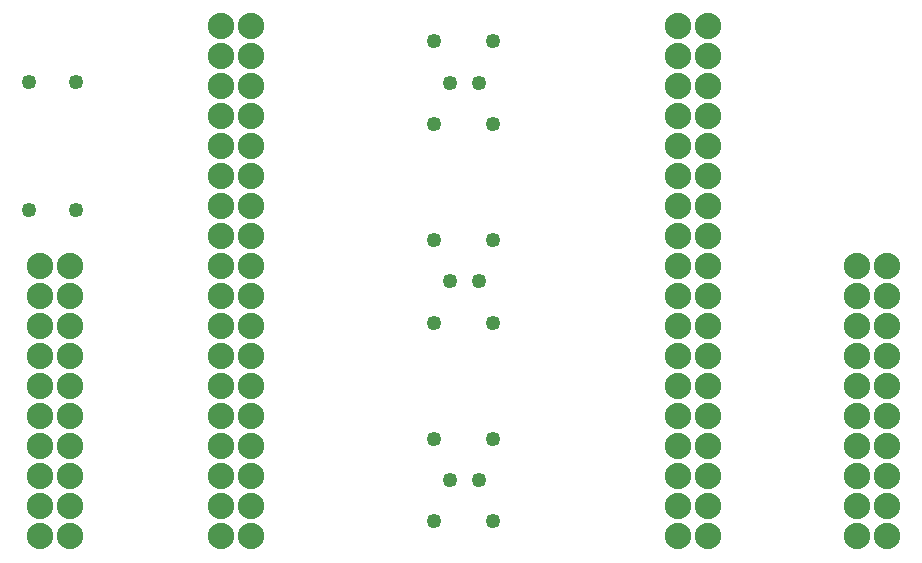
<source format=gbs>
G04 MADE WITH FRITZING*
G04 WWW.FRITZING.ORG*
G04 DOUBLE SIDED*
G04 HOLES PLATED*
G04 CONTOUR ON CENTER OF CONTOUR VECTOR*
%ASAXBY*%
%FSLAX23Y23*%
%MOIN*%
%OFA0B0*%
%SFA1.0B1.0*%
%ADD10C,0.049370*%
%ADD11C,0.088000*%
%LNMASK0*%
G90*
G70*
G54D10*
X1598Y2136D03*
X1599Y1861D03*
X1599Y1473D03*
X1599Y1197D03*
X1599Y810D03*
X1599Y536D03*
X407Y1575D03*
X407Y2002D03*
X1795Y2136D03*
X1795Y1861D03*
X1795Y1473D03*
X1795Y1197D03*
X1795Y810D03*
X1795Y536D03*
X1653Y1998D03*
X1749Y1998D03*
X1653Y1336D03*
X1749Y1336D03*
X1653Y673D03*
X1749Y673D03*
X250Y2002D03*
X250Y1574D03*
G54D11*
X2412Y2186D03*
X2412Y2086D03*
X2412Y1986D03*
X2412Y1886D03*
X2412Y1786D03*
X2412Y1686D03*
X2412Y1586D03*
X2412Y1486D03*
X2412Y1386D03*
X2412Y1286D03*
X2412Y1186D03*
X2412Y1086D03*
X2412Y986D03*
X2412Y886D03*
X2412Y786D03*
X2412Y686D03*
X2412Y586D03*
X2412Y486D03*
X2412Y2186D03*
X2412Y2086D03*
X2412Y1986D03*
X2412Y1886D03*
X2412Y1786D03*
X2412Y1686D03*
X2412Y1586D03*
X2412Y1486D03*
X2412Y1386D03*
X2412Y1286D03*
X2412Y1186D03*
X2412Y1086D03*
X2412Y986D03*
X2412Y886D03*
X2412Y786D03*
X2412Y686D03*
X2412Y586D03*
X2412Y486D03*
X2512Y486D03*
X2512Y586D03*
X2512Y686D03*
X2512Y786D03*
X2512Y886D03*
X2512Y986D03*
X2512Y1086D03*
X2512Y1186D03*
X2512Y1286D03*
X2512Y1386D03*
X2512Y1486D03*
X2512Y1586D03*
X2512Y1686D03*
X2512Y1786D03*
X2512Y1886D03*
X2512Y1986D03*
X2512Y2086D03*
X2512Y2186D03*
X3009Y1386D03*
X3009Y1286D03*
X3009Y1186D03*
X3009Y1086D03*
X3009Y986D03*
X3009Y886D03*
X3009Y786D03*
X3009Y686D03*
X3009Y586D03*
X3009Y486D03*
X3009Y1386D03*
X3009Y1286D03*
X3009Y1186D03*
X3009Y1086D03*
X3009Y986D03*
X3009Y886D03*
X3009Y786D03*
X3009Y686D03*
X3009Y586D03*
X3009Y486D03*
X3109Y486D03*
X3109Y586D03*
X3109Y686D03*
X3109Y786D03*
X3109Y886D03*
X3109Y986D03*
X3109Y1086D03*
X3109Y1186D03*
X3109Y1286D03*
X3109Y1386D03*
X287Y1386D03*
X287Y1286D03*
X287Y1186D03*
X287Y1086D03*
X287Y986D03*
X287Y886D03*
X287Y786D03*
X287Y686D03*
X287Y586D03*
X287Y486D03*
X287Y1386D03*
X287Y1286D03*
X287Y1186D03*
X287Y1086D03*
X287Y986D03*
X287Y886D03*
X287Y786D03*
X287Y686D03*
X287Y586D03*
X287Y486D03*
X387Y486D03*
X387Y586D03*
X387Y686D03*
X387Y786D03*
X387Y886D03*
X387Y986D03*
X387Y1086D03*
X387Y1186D03*
X387Y1286D03*
X387Y1386D03*
X890Y2186D03*
X890Y2086D03*
X890Y1986D03*
X890Y1886D03*
X890Y1786D03*
X890Y1686D03*
X890Y1586D03*
X890Y1486D03*
X890Y1386D03*
X890Y1286D03*
X890Y1186D03*
X890Y1086D03*
X890Y986D03*
X890Y886D03*
X890Y786D03*
X890Y686D03*
X890Y586D03*
X890Y486D03*
X890Y2186D03*
X890Y2086D03*
X890Y1986D03*
X890Y1886D03*
X890Y1786D03*
X890Y1686D03*
X890Y1586D03*
X890Y1486D03*
X890Y1386D03*
X890Y1286D03*
X890Y1186D03*
X890Y1086D03*
X890Y986D03*
X890Y886D03*
X890Y786D03*
X890Y686D03*
X890Y586D03*
X890Y486D03*
X990Y486D03*
X990Y586D03*
X990Y686D03*
X990Y786D03*
X990Y886D03*
X990Y986D03*
X990Y1086D03*
X990Y1186D03*
X990Y1286D03*
X990Y1386D03*
X990Y1486D03*
X990Y1586D03*
X990Y1686D03*
X990Y1786D03*
X990Y1886D03*
X990Y1986D03*
X990Y2086D03*
X990Y2186D03*
G04 End of Mask0*
M02*
</source>
